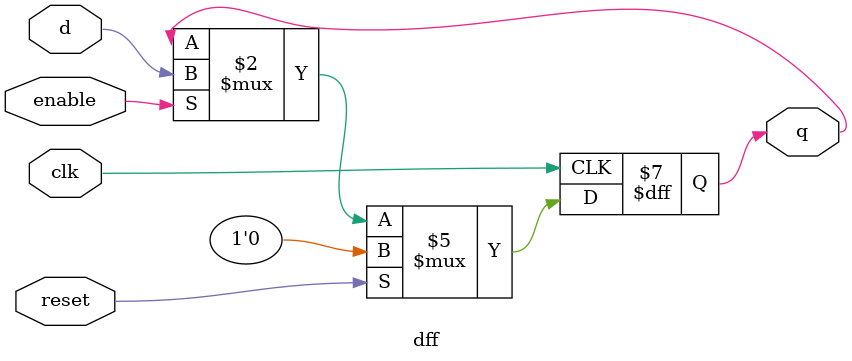
<source format=sv>
module dff(
    input logic clk,
    input logic reset, //ative synchronous reset
    input logic enable, /*load new data only when en
able 1*/
    input logic d,
    output logic q
);
  always_ff@(posedge clk)begin
     if (reset) 
         q<=1'b0;    //reset output to 0
     else if (enable)
         q <=d; /*non-blocking assignment: upate q only when enable is high*/
                 //else:q holds its value
  end


endmodule 

</source>
